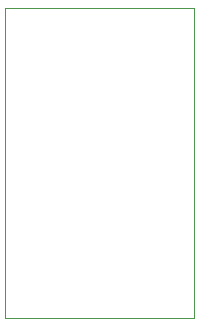
<source format=gbr>
G04 #@! TF.GenerationSoftware,KiCad,Pcbnew,9.0.4*
G04 #@! TF.CreationDate,2025-09-23T15:48:17-04:00*
G04 #@! TF.ProjectId,ESC Module,45534320-4d6f-4647-956c-652e6b696361,rev?*
G04 #@! TF.SameCoordinates,Original*
G04 #@! TF.FileFunction,Profile,NP*
%FSLAX46Y46*%
G04 Gerber Fmt 4.6, Leading zero omitted, Abs format (unit mm)*
G04 Created by KiCad (PCBNEW 9.0.4) date 2025-09-23 15:48:17*
%MOMM*%
%LPD*%
G01*
G04 APERTURE LIST*
G04 #@! TA.AperFunction,Profile*
%ADD10C,0.050000*%
G04 #@! TD*
G04 APERTURE END LIST*
D10*
X120000000Y-80750000D02*
X136000000Y-80750000D01*
X136000000Y-107000000D01*
X120000000Y-107000000D01*
X120000000Y-80750000D01*
M02*

</source>
